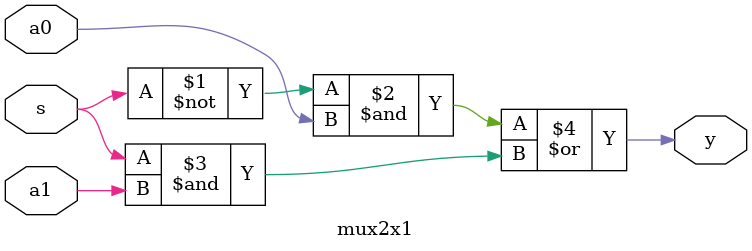
<source format=sv>
module mux2x1(a0,a1,s,y);
input logic a0,a1,s;
output logic y;
assign y = (~s & a0) | (s & a1);
endmodule

</source>
